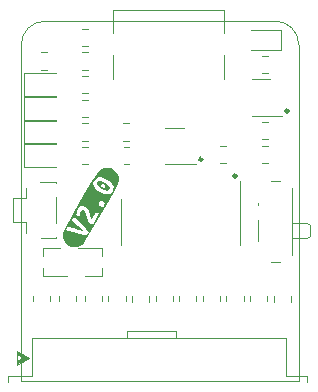
<source format=gbr>
G04 #@! TF.GenerationSoftware,KiCad,Pcbnew,6.0.7+dfsg-1~bpo11+1*
G04 #@! TF.ProjectId,project,70726f6a-6563-4742-9e6b-696361645f70,rev?*
G04 #@! TF.SameCoordinates,Original*
G04 #@! TF.FileFunction,Legend,Top*
G04 #@! TF.FilePolarity,Positive*
%FSLAX46Y46*%
G04 Gerber Fmt 4.6, Leading zero omitted, Abs format (unit mm)*
%MOMM*%
%LPD*%
G01*
G04 APERTURE LIST*
%ADD10C,0.275000*%
%ADD11C,0.150000*%
G04 #@! TA.AperFunction,Profile*
%ADD12C,0.100000*%
G04 #@! TD*
%ADD13C,0.120000*%
%ADD14R,0.600000X0.450000*%
%ADD15C,0.900000*%
%ADD16R,1.500000X0.700000*%
%ADD17R,0.800000X1.000000*%
%ADD18C,0.650000*%
%ADD19R,0.600000X1.450000*%
%ADD20R,0.300000X1.450000*%
%ADD21O,1.000000X2.100000*%
%ADD22O,1.000000X1.600000*%
%ADD23C,0.600000*%
%ADD24R,0.700000X0.450000*%
G04 APERTURE END LIST*
D10*
X115337500Y-107700000D02*
G75*
G03*
X115337500Y-107700000I-137500J0D01*
G01*
D11*
X100500000Y-124525000D02*
X99700000Y-124975000D01*
X100500000Y-124575000D02*
X99700000Y-124075000D01*
X100300000Y-124625000D02*
X99700000Y-124225000D01*
D10*
X122637500Y-103600000D02*
G75*
G03*
X122637500Y-103600000I-137500J0D01*
G01*
D11*
X100300000Y-124475000D02*
X99700000Y-124825000D01*
D10*
X118237500Y-109100000D02*
G75*
G03*
X118237500Y-109100000I-137500J0D01*
G01*
D12*
X122250000Y-126475000D02*
X101150000Y-126475000D01*
X123500000Y-98000000D02*
X123500000Y-126475000D01*
X100000000Y-98000000D02*
X100000000Y-126475000D01*
X123500000Y-98000000D02*
G75*
G03*
X121500000Y-96000000I-2000000J0D01*
G01*
X122250000Y-126475000D02*
X123500000Y-126475000D01*
X102000000Y-96000000D02*
X121500000Y-96000000D01*
X101150000Y-126475000D02*
X100000000Y-126475000D01*
X102000000Y-96000000D02*
G75*
G03*
X100000000Y-98000000I0J-2000000D01*
G01*
D13*
X112835000Y-119727064D02*
X112835000Y-119272936D01*
X111365000Y-119727064D02*
X111365000Y-119272936D01*
X109127064Y-108110000D02*
X108672936Y-108110000D01*
X109127064Y-106640000D02*
X108672936Y-106640000D01*
X109365000Y-119238748D02*
X109365000Y-119761252D01*
X110835000Y-119238748D02*
X110835000Y-119761252D01*
X104635000Y-119272936D02*
X104635000Y-119727064D01*
X103165000Y-119272936D02*
X103165000Y-119727064D01*
X102161252Y-98640000D02*
X101638748Y-98640000D01*
X102161252Y-100110000D02*
X101638748Y-100110000D01*
X100215000Y-100415000D02*
X100215000Y-102335000D01*
X102900000Y-100415000D02*
X100215000Y-100415000D01*
X100215000Y-102335000D02*
X102900000Y-102335000D01*
X102900000Y-102415000D02*
X100215000Y-102415000D01*
X100215000Y-104335000D02*
X102900000Y-104335000D01*
X100215000Y-102415000D02*
X100215000Y-104335000D01*
X120338748Y-106540000D02*
X120861252Y-106540000D01*
X120338748Y-108010000D02*
X120861252Y-108010000D01*
X118835000Y-119727064D02*
X118835000Y-119272936D01*
X117365000Y-119727064D02*
X117365000Y-119272936D01*
X118560000Y-112975000D02*
X118560000Y-109525000D01*
X118560000Y-112975000D02*
X118560000Y-114925000D01*
X108440000Y-112975000D02*
X108440000Y-114925000D01*
X108440000Y-112975000D02*
X108440000Y-111025000D01*
X116838748Y-108010000D02*
X117361252Y-108010000D01*
X116838748Y-106540000D02*
X117361252Y-106540000D01*
X105172936Y-98640000D02*
X105627064Y-98640000D01*
X105172936Y-100110000D02*
X105627064Y-100110000D01*
X122000000Y-96725000D02*
X119450000Y-96725000D01*
X122000000Y-98425000D02*
X122000000Y-96725000D01*
X122000000Y-98425000D02*
X119450000Y-98425000D01*
X105172936Y-104110000D02*
X105627064Y-104110000D01*
X105172936Y-102640000D02*
X105627064Y-102640000D01*
X105172936Y-96640000D02*
X105627064Y-96640000D01*
X105172936Y-98110000D02*
X105627064Y-98110000D01*
X120300000Y-100915000D02*
X119500000Y-100915000D01*
X120300000Y-100915000D02*
X121100000Y-100915000D01*
X120300000Y-104035000D02*
X122100000Y-104035000D01*
X120300000Y-104035000D02*
X119500000Y-104035000D01*
X105172936Y-106640000D02*
X105627064Y-106640000D01*
X105172936Y-108110000D02*
X105627064Y-108110000D01*
X113000000Y-108135000D02*
X112200000Y-108135000D01*
X113000000Y-105015000D02*
X112200000Y-105015000D01*
X113000000Y-105015000D02*
X113800000Y-105015000D01*
X113000000Y-108135000D02*
X114800000Y-108135000D01*
X124222000Y-114375000D02*
X124432000Y-114175000D01*
X121922000Y-109525000D02*
X121132000Y-109525000D01*
X124222000Y-113075000D02*
X124432000Y-113275000D01*
X120082000Y-114575000D02*
X120082000Y-112875000D01*
X122932000Y-114375000D02*
X124222000Y-114375000D01*
X124432000Y-114175000D02*
X124432000Y-113275000D01*
X122932000Y-115825000D02*
X122932000Y-110125000D01*
X121132000Y-116425000D02*
X121922000Y-116425000D01*
X120082000Y-111575000D02*
X120082000Y-111375000D01*
X124222000Y-113075000D02*
X122932000Y-113075000D01*
X100215000Y-106415000D02*
X100215000Y-108335000D01*
X102900000Y-106415000D02*
X100215000Y-106415000D01*
X100215000Y-108335000D02*
X102900000Y-108335000D01*
X109161252Y-106110000D02*
X108638748Y-106110000D01*
X109161252Y-104640000D02*
X108638748Y-104640000D01*
X102900000Y-104415000D02*
X100215000Y-104415000D01*
X100215000Y-106335000D02*
X102900000Y-106335000D01*
X100215000Y-104415000D02*
X100215000Y-106335000D01*
X105172936Y-100640000D02*
X105627064Y-100640000D01*
X105172936Y-102110000D02*
X105627064Y-102110000D01*
X117200000Y-100875000D02*
X117200000Y-98875000D01*
X107800000Y-96975000D02*
X107800000Y-95075000D01*
X117200000Y-95075000D02*
X107800000Y-95075000D01*
X117200000Y-96975000D02*
X117200000Y-95075000D01*
X107800000Y-100875000D02*
X107800000Y-98875000D01*
X102435000Y-119272936D02*
X102435000Y-119727064D01*
X100965000Y-119272936D02*
X100965000Y-119727064D01*
X122835000Y-119761252D02*
X122835000Y-119238748D01*
X121365000Y-119761252D02*
X121365000Y-119238748D01*
X99305500Y-113000000D02*
X99305500Y-111000000D01*
X99305500Y-111000000D02*
X100405500Y-111000000D01*
X100405500Y-111000000D02*
X100405500Y-110100000D01*
X102905500Y-114400000D02*
X102905500Y-114300000D01*
X100405500Y-113000000D02*
X99305500Y-113000000D01*
X100405500Y-113900000D02*
X100405500Y-113000000D01*
X102905500Y-109600000D02*
X102905500Y-109700000D01*
X102905500Y-113100000D02*
X102905500Y-110900000D01*
X102905500Y-114400000D02*
X101705500Y-114400000D01*
X102905500Y-109600000D02*
X101605500Y-109600000D01*
G36*
X107479163Y-110245516D02*
G01*
X107384315Y-110332706D01*
X107238676Y-110353679D01*
X107115054Y-110330425D01*
X106972231Y-110276837D01*
X106810208Y-110192917D01*
X106657856Y-110095332D01*
X106540839Y-109998902D01*
X106507283Y-109959761D01*
X106761970Y-109959761D01*
X106854213Y-110061136D01*
X106986924Y-110089638D01*
X107090792Y-110018082D01*
X107098744Y-109895961D01*
X107008399Y-109794078D01*
X106873790Y-109766084D01*
X106770803Y-109833337D01*
X106761970Y-109959761D01*
X106507283Y-109959761D01*
X106459156Y-109903623D01*
X106404500Y-109767010D01*
X106432585Y-109641274D01*
X106528301Y-109552581D01*
X106673766Y-109531908D01*
X106796735Y-109555677D01*
X106938524Y-109609202D01*
X107099133Y-109692484D01*
X107252899Y-109790706D01*
X107370950Y-109887200D01*
X107453286Y-109981964D01*
X107508115Y-110118277D01*
X107479808Y-110242681D01*
X107479163Y-110245516D01*
G37*
G36*
X105661945Y-114213504D02*
G01*
X105421637Y-114629730D01*
X105421521Y-114629930D01*
X105305840Y-114791361D01*
X105160889Y-114927123D01*
X104992237Y-115031997D01*
X104806367Y-115101955D01*
X104610418Y-115134306D01*
X104411925Y-115127808D01*
X104218512Y-115082710D01*
X104037614Y-115000746D01*
X103876183Y-114885066D01*
X103740421Y-114740115D01*
X103635547Y-114571464D01*
X103565589Y-114385592D01*
X103533239Y-114189644D01*
X103539737Y-113991150D01*
X103584835Y-113797738D01*
X103631854Y-113693964D01*
X103800843Y-113693964D01*
X103951549Y-113744084D01*
X104142884Y-113801620D01*
X104287295Y-113842579D01*
X104438327Y-113883799D01*
X104595983Y-113925277D01*
X104757546Y-113966160D01*
X104920303Y-114005593D01*
X105084253Y-114043577D01*
X105319206Y-114095019D01*
X105530421Y-114137568D01*
X105706832Y-113832016D01*
X105605195Y-113712029D01*
X105500002Y-113591415D01*
X105391250Y-113470172D01*
X105280826Y-113350281D01*
X105170618Y-113233721D01*
X105060625Y-113120494D01*
X104898570Y-112958764D01*
X104742065Y-112808258D01*
X104594846Y-112671534D01*
X104460648Y-112551149D01*
X104281459Y-112861514D01*
X104394066Y-112955398D01*
X104523142Y-113065207D01*
X104661863Y-113185397D01*
X104803406Y-113310423D01*
X104944461Y-113438376D01*
X105081722Y-113567346D01*
X105208364Y-113691789D01*
X105317563Y-113806161D01*
X105161936Y-113768037D01*
X104989721Y-113721139D01*
X104808705Y-113667956D01*
X104626673Y-113610978D01*
X104447404Y-113551987D01*
X104274686Y-113492767D01*
X104116647Y-113435207D01*
X103981421Y-113381194D01*
X103800843Y-113693964D01*
X103631854Y-113693964D01*
X103666798Y-113616840D01*
X103666913Y-113616640D01*
X104393114Y-112358823D01*
X104672737Y-112358823D01*
X104700650Y-112513280D01*
X104992293Y-112485977D01*
X104966725Y-112269118D01*
X105017774Y-112102910D01*
X105147662Y-111991841D01*
X105320357Y-112017765D01*
X105422174Y-112135896D01*
X105486807Y-112323983D01*
X105514700Y-112434720D01*
X105542822Y-112552005D01*
X105575454Y-112671894D01*
X105616880Y-112790445D01*
X105670084Y-112904568D01*
X105738053Y-113011176D01*
X105824641Y-113105676D01*
X105933701Y-113183479D01*
X105983531Y-113213852D01*
X106047152Y-113242564D01*
X106608333Y-112270569D01*
X106362928Y-112128885D01*
X105993437Y-112768862D01*
X105928627Y-112697760D01*
X105878637Y-112587097D01*
X105841286Y-112462879D01*
X105814390Y-112351113D01*
X105764935Y-112158958D01*
X105697523Y-111975682D01*
X105603632Y-111818821D01*
X105472336Y-111704523D01*
X105263652Y-111635365D01*
X105070393Y-111661727D01*
X104904876Y-111765056D01*
X104777009Y-111925409D01*
X104716634Y-112057763D01*
X104679971Y-112204609D01*
X104672737Y-112358823D01*
X104393114Y-112358823D01*
X104927396Y-111433419D01*
X106575190Y-111433419D01*
X106576502Y-111525602D01*
X106614883Y-111611920D01*
X106694688Y-111682054D01*
X106797734Y-111717489D01*
X106892881Y-111708264D01*
X106974573Y-111664003D01*
X107036237Y-111590536D01*
X107067022Y-111409420D01*
X106943330Y-111251393D01*
X106749441Y-111226064D01*
X106607982Y-111343283D01*
X106575190Y-111433419D01*
X104927396Y-111433419D01*
X105856035Y-109824968D01*
X106103757Y-109824968D01*
X106151576Y-109989090D01*
X106226111Y-110110717D01*
X106335030Y-110229739D01*
X106478335Y-110346159D01*
X106656022Y-110459975D01*
X106845452Y-110558315D01*
X107019170Y-110625529D01*
X107177174Y-110661617D01*
X107319466Y-110666580D01*
X107485047Y-110626733D01*
X107623287Y-110535459D01*
X107734191Y-110392757D01*
X107802322Y-110225361D01*
X107812248Y-110060003D01*
X107763966Y-109896684D01*
X107688523Y-109775936D01*
X107578267Y-109657144D01*
X107433199Y-109540307D01*
X107253319Y-109425426D01*
X107065017Y-109327737D01*
X106892277Y-109261087D01*
X106735099Y-109225476D01*
X106593484Y-109220905D01*
X106428573Y-109261138D01*
X106290732Y-109352644D01*
X106179962Y-109495423D01*
X106113220Y-109660412D01*
X106103757Y-109824968D01*
X105856035Y-109824968D01*
X106378363Y-108920270D01*
X106378479Y-108920070D01*
X106494160Y-108758638D01*
X106639111Y-108622877D01*
X106807763Y-108518003D01*
X106993634Y-108448046D01*
X107189582Y-108415694D01*
X107388075Y-108422192D01*
X107581488Y-108467290D01*
X107762386Y-108549254D01*
X107923817Y-108664934D01*
X108059579Y-108809885D01*
X108164453Y-108978536D01*
X108234410Y-109164408D01*
X108266761Y-109360356D01*
X108260263Y-109558850D01*
X108215166Y-109752261D01*
X108133203Y-109933160D01*
X108133087Y-109933360D01*
X107834438Y-110450635D01*
X107141296Y-111651192D01*
X106739857Y-112346505D01*
X105661945Y-114213504D01*
G37*
X105172936Y-104640000D02*
X105627064Y-104640000D01*
X105172936Y-106110000D02*
X105627064Y-106110000D01*
X107365000Y-119727064D02*
X107365000Y-119272936D01*
X108835000Y-119727064D02*
X108835000Y-119272936D01*
X119365000Y-119272936D02*
X119365000Y-119727064D01*
X120835000Y-119272936D02*
X120835000Y-119727064D01*
X106835000Y-119727064D02*
X106835000Y-119272936D01*
X105365000Y-119727064D02*
X105365000Y-119272936D01*
X116835000Y-119727064D02*
X116835000Y-119272936D01*
X115365000Y-119727064D02*
X115365000Y-119272936D01*
X101870000Y-117560000D02*
X103900000Y-117560000D01*
X103280000Y-115240000D02*
X101870000Y-115240000D01*
X101870000Y-117560000D02*
X101870000Y-116900000D01*
X101870000Y-115900000D02*
X101870000Y-115240000D01*
X105420000Y-117560000D02*
X106830000Y-117560000D01*
X106830000Y-115240000D02*
X104800000Y-115240000D01*
X106830000Y-115240000D02*
X106830000Y-115900000D01*
X106830000Y-116900000D02*
X106830000Y-117560000D01*
X120861252Y-100410000D02*
X120338748Y-100410000D01*
X120861252Y-98940000D02*
X120338748Y-98940000D01*
X120338748Y-104540000D02*
X120861252Y-104540000D01*
X120338748Y-106010000D02*
X120861252Y-106010000D01*
X124150000Y-126050000D02*
X122400000Y-126050000D01*
X99650000Y-125150000D02*
X99650000Y-123950000D01*
X113090000Y-122250000D02*
X113090000Y-122850000D01*
X99650000Y-123950000D02*
X100650000Y-124550000D01*
X124150000Y-126050000D02*
X124150000Y-126550000D01*
X108950000Y-122250000D02*
X113090000Y-122250000D01*
X100900000Y-122800000D02*
X100900000Y-126050000D01*
X100650000Y-124550000D02*
X99650000Y-125150000D01*
X100900000Y-122800000D02*
X122400000Y-122800000D01*
X98900000Y-126050000D02*
X100900000Y-126050000D01*
X108950000Y-122850000D02*
X108950000Y-122250000D01*
X122400000Y-122800000D02*
X122400000Y-126050000D01*
X98900000Y-126050000D02*
X98900000Y-126550000D01*
X114835000Y-119727064D02*
X114835000Y-119272936D01*
X113365000Y-119727064D02*
X113365000Y-119272936D01*
%LPC*%
D11*
X107500000Y-97375000D02*
X117500000Y-97375000D01*
X117500000Y-97375000D02*
X117500000Y-98475000D01*
X117500000Y-98475000D02*
X107500000Y-98475000D01*
X107500000Y-98475000D02*
X107500000Y-97375000D01*
G36*
X107500000Y-97375000D02*
G01*
X117500000Y-97375000D01*
X117500000Y-98475000D01*
X107500000Y-98475000D01*
X107500000Y-97375000D01*
G37*
G36*
G01*
X112550000Y-120925000D02*
X111650000Y-120925000D01*
G75*
G02*
X111400000Y-120675000I0J250000D01*
G01*
X111400000Y-120150000D01*
G75*
G02*
X111650000Y-119900000I250000J0D01*
G01*
X112550000Y-119900000D01*
G75*
G02*
X112800000Y-120150000I0J-250000D01*
G01*
X112800000Y-120675000D01*
G75*
G02*
X112550000Y-120925000I-250000J0D01*
G01*
G37*
G36*
G01*
X112550000Y-119100000D02*
X111650000Y-119100000D01*
G75*
G02*
X111400000Y-118850000I0J250000D01*
G01*
X111400000Y-118325000D01*
G75*
G02*
X111650000Y-118075000I250000J0D01*
G01*
X112550000Y-118075000D01*
G75*
G02*
X112800000Y-118325000I0J-250000D01*
G01*
X112800000Y-118850000D01*
G75*
G02*
X112550000Y-119100000I-250000J0D01*
G01*
G37*
G36*
G01*
X110325000Y-106925000D02*
X110325000Y-107825000D01*
G75*
G02*
X110075000Y-108075000I-250000J0D01*
G01*
X109550000Y-108075000D01*
G75*
G02*
X109300000Y-107825000I0J250000D01*
G01*
X109300000Y-106925000D01*
G75*
G02*
X109550000Y-106675000I250000J0D01*
G01*
X110075000Y-106675000D01*
G75*
G02*
X110325000Y-106925000I0J-250000D01*
G01*
G37*
G36*
G01*
X108500000Y-106925000D02*
X108500000Y-107825000D01*
G75*
G02*
X108250000Y-108075000I-250000J0D01*
G01*
X107725000Y-108075000D01*
G75*
G02*
X107475000Y-107825000I0J250000D01*
G01*
X107475000Y-106925000D01*
G75*
G02*
X107725000Y-106675000I250000J0D01*
G01*
X108250000Y-106675000D01*
G75*
G02*
X108500000Y-106925000I0J-250000D01*
G01*
G37*
G36*
G01*
X109625000Y-118050000D02*
X110575000Y-118050000D01*
G75*
G02*
X110825000Y-118300000I0J-250000D01*
G01*
X110825000Y-118800000D01*
G75*
G02*
X110575000Y-119050000I-250000J0D01*
G01*
X109625000Y-119050000D01*
G75*
G02*
X109375000Y-118800000I0J250000D01*
G01*
X109375000Y-118300000D01*
G75*
G02*
X109625000Y-118050000I250000J0D01*
G01*
G37*
G36*
G01*
X109625000Y-119950000D02*
X110575000Y-119950000D01*
G75*
G02*
X110825000Y-120200000I0J-250000D01*
G01*
X110825000Y-120700000D01*
G75*
G02*
X110575000Y-120950000I-250000J0D01*
G01*
X109625000Y-120950000D01*
G75*
G02*
X109375000Y-120700000I0J250000D01*
G01*
X109375000Y-120200000D01*
G75*
G02*
X109625000Y-119950000I250000J0D01*
G01*
G37*
G36*
G01*
X103450000Y-118075000D02*
X104350000Y-118075000D01*
G75*
G02*
X104600000Y-118325000I0J-250000D01*
G01*
X104600000Y-118850000D01*
G75*
G02*
X104350000Y-119100000I-250000J0D01*
G01*
X103450000Y-119100000D01*
G75*
G02*
X103200000Y-118850000I0J250000D01*
G01*
X103200000Y-118325000D01*
G75*
G02*
X103450000Y-118075000I250000J0D01*
G01*
G37*
G36*
G01*
X103450000Y-119900000D02*
X104350000Y-119900000D01*
G75*
G02*
X104600000Y-120150000I0J-250000D01*
G01*
X104600000Y-120675000D01*
G75*
G02*
X104350000Y-120925000I-250000J0D01*
G01*
X103450000Y-120925000D01*
G75*
G02*
X103200000Y-120675000I0J250000D01*
G01*
X103200000Y-120150000D01*
G75*
G02*
X103450000Y-119900000I250000J0D01*
G01*
G37*
G36*
G01*
X103350000Y-98900000D02*
X103350000Y-99850000D01*
G75*
G02*
X103100000Y-100100000I-250000J0D01*
G01*
X102600000Y-100100000D01*
G75*
G02*
X102350000Y-99850000I0J250000D01*
G01*
X102350000Y-98900000D01*
G75*
G02*
X102600000Y-98650000I250000J0D01*
G01*
X103100000Y-98650000D01*
G75*
G02*
X103350000Y-98900000I0J-250000D01*
G01*
G37*
G36*
G01*
X101450000Y-98900000D02*
X101450000Y-99850000D01*
G75*
G02*
X101200000Y-100100000I-250000J0D01*
G01*
X100700000Y-100100000D01*
G75*
G02*
X100450000Y-99850000I0J250000D01*
G01*
X100450000Y-98900000D01*
G75*
G02*
X100700000Y-98650000I250000J0D01*
G01*
X101200000Y-98650000D01*
G75*
G02*
X101450000Y-98900000I0J-250000D01*
G01*
G37*
G36*
G01*
X100475000Y-101831250D02*
X100475000Y-100918750D01*
G75*
G02*
X100718750Y-100675000I243750J0D01*
G01*
X101206250Y-100675000D01*
G75*
G02*
X101450000Y-100918750I0J-243750D01*
G01*
X101450000Y-101831250D01*
G75*
G02*
X101206250Y-102075000I-243750J0D01*
G01*
X100718750Y-102075000D01*
G75*
G02*
X100475000Y-101831250I0J243750D01*
G01*
G37*
G36*
G01*
X102350000Y-101831250D02*
X102350000Y-100918750D01*
G75*
G02*
X102593750Y-100675000I243750J0D01*
G01*
X103081250Y-100675000D01*
G75*
G02*
X103325000Y-100918750I0J-243750D01*
G01*
X103325000Y-101831250D01*
G75*
G02*
X103081250Y-102075000I-243750J0D01*
G01*
X102593750Y-102075000D01*
G75*
G02*
X102350000Y-101831250I0J243750D01*
G01*
G37*
G36*
G01*
X100475000Y-103831250D02*
X100475000Y-102918750D01*
G75*
G02*
X100718750Y-102675000I243750J0D01*
G01*
X101206250Y-102675000D01*
G75*
G02*
X101450000Y-102918750I0J-243750D01*
G01*
X101450000Y-103831250D01*
G75*
G02*
X101206250Y-104075000I-243750J0D01*
G01*
X100718750Y-104075000D01*
G75*
G02*
X100475000Y-103831250I0J243750D01*
G01*
G37*
G36*
G01*
X102350000Y-103831250D02*
X102350000Y-102918750D01*
G75*
G02*
X102593750Y-102675000I243750J0D01*
G01*
X103081250Y-102675000D01*
G75*
G02*
X103325000Y-102918750I0J-243750D01*
G01*
X103325000Y-103831250D01*
G75*
G02*
X103081250Y-104075000I-243750J0D01*
G01*
X102593750Y-104075000D01*
G75*
G02*
X102350000Y-103831250I0J243750D01*
G01*
G37*
G36*
G01*
X119150000Y-107750000D02*
X119150000Y-106800000D01*
G75*
G02*
X119400000Y-106550000I250000J0D01*
G01*
X119900000Y-106550000D01*
G75*
G02*
X120150000Y-106800000I0J-250000D01*
G01*
X120150000Y-107750000D01*
G75*
G02*
X119900000Y-108000000I-250000J0D01*
G01*
X119400000Y-108000000D01*
G75*
G02*
X119150000Y-107750000I0J250000D01*
G01*
G37*
G36*
G01*
X121050000Y-107750000D02*
X121050000Y-106800000D01*
G75*
G02*
X121300000Y-106550000I250000J0D01*
G01*
X121800000Y-106550000D01*
G75*
G02*
X122050000Y-106800000I0J-250000D01*
G01*
X122050000Y-107750000D01*
G75*
G02*
X121800000Y-108000000I-250000J0D01*
G01*
X121300000Y-108000000D01*
G75*
G02*
X121050000Y-107750000I0J250000D01*
G01*
G37*
G36*
G01*
X118550000Y-120925000D02*
X117650000Y-120925000D01*
G75*
G02*
X117400000Y-120675000I0J250000D01*
G01*
X117400000Y-120150000D01*
G75*
G02*
X117650000Y-119900000I250000J0D01*
G01*
X118550000Y-119900000D01*
G75*
G02*
X118800000Y-120150000I0J-250000D01*
G01*
X118800000Y-120675000D01*
G75*
G02*
X118550000Y-120925000I-250000J0D01*
G01*
G37*
G36*
G01*
X118550000Y-119100000D02*
X117650000Y-119100000D01*
G75*
G02*
X117400000Y-118850000I0J250000D01*
G01*
X117400000Y-118325000D01*
G75*
G02*
X117650000Y-118075000I250000J0D01*
G01*
X118550000Y-118075000D01*
G75*
G02*
X118800000Y-118325000I0J-250000D01*
G01*
X118800000Y-118850000D01*
G75*
G02*
X118550000Y-119100000I-250000J0D01*
G01*
G37*
G36*
G01*
X117795000Y-109525000D02*
X118095000Y-109525000D01*
G75*
G02*
X118245000Y-109675000I0J-150000D01*
G01*
X118245000Y-111325000D01*
G75*
G02*
X118095000Y-111475000I-150000J0D01*
G01*
X117795000Y-111475000D01*
G75*
G02*
X117645000Y-111325000I0J150000D01*
G01*
X117645000Y-109675000D01*
G75*
G02*
X117795000Y-109525000I150000J0D01*
G01*
G37*
G36*
G01*
X116525000Y-109525000D02*
X116825000Y-109525000D01*
G75*
G02*
X116975000Y-109675000I0J-150000D01*
G01*
X116975000Y-111325000D01*
G75*
G02*
X116825000Y-111475000I-150000J0D01*
G01*
X116525000Y-111475000D01*
G75*
G02*
X116375000Y-111325000I0J150000D01*
G01*
X116375000Y-109675000D01*
G75*
G02*
X116525000Y-109525000I150000J0D01*
G01*
G37*
G36*
G01*
X115255000Y-109525000D02*
X115555000Y-109525000D01*
G75*
G02*
X115705000Y-109675000I0J-150000D01*
G01*
X115705000Y-111325000D01*
G75*
G02*
X115555000Y-111475000I-150000J0D01*
G01*
X115255000Y-111475000D01*
G75*
G02*
X115105000Y-111325000I0J150000D01*
G01*
X115105000Y-109675000D01*
G75*
G02*
X115255000Y-109525000I150000J0D01*
G01*
G37*
G36*
G01*
X113985000Y-109525000D02*
X114285000Y-109525000D01*
G75*
G02*
X114435000Y-109675000I0J-150000D01*
G01*
X114435000Y-111325000D01*
G75*
G02*
X114285000Y-111475000I-150000J0D01*
G01*
X113985000Y-111475000D01*
G75*
G02*
X113835000Y-111325000I0J150000D01*
G01*
X113835000Y-109675000D01*
G75*
G02*
X113985000Y-109525000I150000J0D01*
G01*
G37*
G36*
G01*
X112715000Y-109525000D02*
X113015000Y-109525000D01*
G75*
G02*
X113165000Y-109675000I0J-150000D01*
G01*
X113165000Y-111325000D01*
G75*
G02*
X113015000Y-111475000I-150000J0D01*
G01*
X112715000Y-111475000D01*
G75*
G02*
X112565000Y-111325000I0J150000D01*
G01*
X112565000Y-109675000D01*
G75*
G02*
X112715000Y-109525000I150000J0D01*
G01*
G37*
G36*
G01*
X111445000Y-109525000D02*
X111745000Y-109525000D01*
G75*
G02*
X111895000Y-109675000I0J-150000D01*
G01*
X111895000Y-111325000D01*
G75*
G02*
X111745000Y-111475000I-150000J0D01*
G01*
X111445000Y-111475000D01*
G75*
G02*
X111295000Y-111325000I0J150000D01*
G01*
X111295000Y-109675000D01*
G75*
G02*
X111445000Y-109525000I150000J0D01*
G01*
G37*
G36*
G01*
X110175000Y-109525000D02*
X110475000Y-109525000D01*
G75*
G02*
X110625000Y-109675000I0J-150000D01*
G01*
X110625000Y-111325000D01*
G75*
G02*
X110475000Y-111475000I-150000J0D01*
G01*
X110175000Y-111475000D01*
G75*
G02*
X110025000Y-111325000I0J150000D01*
G01*
X110025000Y-109675000D01*
G75*
G02*
X110175000Y-109525000I150000J0D01*
G01*
G37*
G36*
G01*
X108905000Y-109525000D02*
X109205000Y-109525000D01*
G75*
G02*
X109355000Y-109675000I0J-150000D01*
G01*
X109355000Y-111325000D01*
G75*
G02*
X109205000Y-111475000I-150000J0D01*
G01*
X108905000Y-111475000D01*
G75*
G02*
X108755000Y-111325000I0J150000D01*
G01*
X108755000Y-109675000D01*
G75*
G02*
X108905000Y-109525000I150000J0D01*
G01*
G37*
G36*
G01*
X108905000Y-114475000D02*
X109205000Y-114475000D01*
G75*
G02*
X109355000Y-114625000I0J-150000D01*
G01*
X109355000Y-116275000D01*
G75*
G02*
X109205000Y-116425000I-150000J0D01*
G01*
X108905000Y-116425000D01*
G75*
G02*
X108755000Y-116275000I0J150000D01*
G01*
X108755000Y-114625000D01*
G75*
G02*
X108905000Y-114475000I150000J0D01*
G01*
G37*
G36*
G01*
X110175000Y-114475000D02*
X110475000Y-114475000D01*
G75*
G02*
X110625000Y-114625000I0J-150000D01*
G01*
X110625000Y-116275000D01*
G75*
G02*
X110475000Y-116425000I-150000J0D01*
G01*
X110175000Y-116425000D01*
G75*
G02*
X110025000Y-116275000I0J150000D01*
G01*
X110025000Y-114625000D01*
G75*
G02*
X110175000Y-114475000I150000J0D01*
G01*
G37*
G36*
G01*
X111445000Y-114475000D02*
X111745000Y-114475000D01*
G75*
G02*
X111895000Y-114625000I0J-150000D01*
G01*
X111895000Y-116275000D01*
G75*
G02*
X111745000Y-116425000I-150000J0D01*
G01*
X111445000Y-116425000D01*
G75*
G02*
X111295000Y-116275000I0J150000D01*
G01*
X111295000Y-114625000D01*
G75*
G02*
X111445000Y-114475000I150000J0D01*
G01*
G37*
G36*
G01*
X112715000Y-114475000D02*
X113015000Y-114475000D01*
G75*
G02*
X113165000Y-114625000I0J-150000D01*
G01*
X113165000Y-116275000D01*
G75*
G02*
X113015000Y-116425000I-150000J0D01*
G01*
X112715000Y-116425000D01*
G75*
G02*
X112565000Y-116275000I0J150000D01*
G01*
X112565000Y-114625000D01*
G75*
G02*
X112715000Y-114475000I150000J0D01*
G01*
G37*
G36*
G01*
X113985000Y-114475000D02*
X114285000Y-114475000D01*
G75*
G02*
X114435000Y-114625000I0J-150000D01*
G01*
X114435000Y-116275000D01*
G75*
G02*
X114285000Y-116425000I-150000J0D01*
G01*
X113985000Y-116425000D01*
G75*
G02*
X113835000Y-116275000I0J150000D01*
G01*
X113835000Y-114625000D01*
G75*
G02*
X113985000Y-114475000I150000J0D01*
G01*
G37*
G36*
G01*
X115255000Y-114475000D02*
X115555000Y-114475000D01*
G75*
G02*
X115705000Y-114625000I0J-150000D01*
G01*
X115705000Y-116275000D01*
G75*
G02*
X115555000Y-116425000I-150000J0D01*
G01*
X115255000Y-116425000D01*
G75*
G02*
X115105000Y-116275000I0J150000D01*
G01*
X115105000Y-114625000D01*
G75*
G02*
X115255000Y-114475000I150000J0D01*
G01*
G37*
G36*
G01*
X116525000Y-114475000D02*
X116825000Y-114475000D01*
G75*
G02*
X116975000Y-114625000I0J-150000D01*
G01*
X116975000Y-116275000D01*
G75*
G02*
X116825000Y-116425000I-150000J0D01*
G01*
X116525000Y-116425000D01*
G75*
G02*
X116375000Y-116275000I0J150000D01*
G01*
X116375000Y-114625000D01*
G75*
G02*
X116525000Y-114475000I150000J0D01*
G01*
G37*
G36*
G01*
X117795000Y-114475000D02*
X118095000Y-114475000D01*
G75*
G02*
X118245000Y-114625000I0J-150000D01*
G01*
X118245000Y-116275000D01*
G75*
G02*
X118095000Y-116425000I-150000J0D01*
G01*
X117795000Y-116425000D01*
G75*
G02*
X117645000Y-116275000I0J150000D01*
G01*
X117645000Y-114625000D01*
G75*
G02*
X117795000Y-114475000I150000J0D01*
G01*
G37*
G36*
G01*
X115650000Y-107750000D02*
X115650000Y-106800000D01*
G75*
G02*
X115900000Y-106550000I250000J0D01*
G01*
X116400000Y-106550000D01*
G75*
G02*
X116650000Y-106800000I0J-250000D01*
G01*
X116650000Y-107750000D01*
G75*
G02*
X116400000Y-108000000I-250000J0D01*
G01*
X115900000Y-108000000D01*
G75*
G02*
X115650000Y-107750000I0J250000D01*
G01*
G37*
G36*
G01*
X117550000Y-107750000D02*
X117550000Y-106800000D01*
G75*
G02*
X117800000Y-106550000I250000J0D01*
G01*
X118300000Y-106550000D01*
G75*
G02*
X118550000Y-106800000I0J-250000D01*
G01*
X118550000Y-107750000D01*
G75*
G02*
X118300000Y-108000000I-250000J0D01*
G01*
X117800000Y-108000000D01*
G75*
G02*
X117550000Y-107750000I0J250000D01*
G01*
G37*
G36*
G01*
X103975000Y-99825000D02*
X103975000Y-98925000D01*
G75*
G02*
X104225000Y-98675000I250000J0D01*
G01*
X104750000Y-98675000D01*
G75*
G02*
X105000000Y-98925000I0J-250000D01*
G01*
X105000000Y-99825000D01*
G75*
G02*
X104750000Y-100075000I-250000J0D01*
G01*
X104225000Y-100075000D01*
G75*
G02*
X103975000Y-99825000I0J250000D01*
G01*
G37*
G36*
G01*
X105800000Y-99825000D02*
X105800000Y-98925000D01*
G75*
G02*
X106050000Y-98675000I250000J0D01*
G01*
X106575000Y-98675000D01*
G75*
G02*
X106825000Y-98925000I0J-250000D01*
G01*
X106825000Y-99825000D01*
G75*
G02*
X106575000Y-100075000I-250000J0D01*
G01*
X106050000Y-100075000D01*
G75*
G02*
X105800000Y-99825000I0J250000D01*
G01*
G37*
D14*
X121550000Y-97575000D03*
X119450000Y-97575000D03*
G36*
G01*
X103975000Y-103825000D02*
X103975000Y-102925000D01*
G75*
G02*
X104225000Y-102675000I250000J0D01*
G01*
X104750000Y-102675000D01*
G75*
G02*
X105000000Y-102925000I0J-250000D01*
G01*
X105000000Y-103825000D01*
G75*
G02*
X104750000Y-104075000I-250000J0D01*
G01*
X104225000Y-104075000D01*
G75*
G02*
X103975000Y-103825000I0J250000D01*
G01*
G37*
G36*
G01*
X105800000Y-103825000D02*
X105800000Y-102925000D01*
G75*
G02*
X106050000Y-102675000I250000J0D01*
G01*
X106575000Y-102675000D01*
G75*
G02*
X106825000Y-102925000I0J-250000D01*
G01*
X106825000Y-103825000D01*
G75*
G02*
X106575000Y-104075000I-250000J0D01*
G01*
X106050000Y-104075000D01*
G75*
G02*
X105800000Y-103825000I0J250000D01*
G01*
G37*
G36*
G01*
X103975000Y-97825000D02*
X103975000Y-96925000D01*
G75*
G02*
X104225000Y-96675000I250000J0D01*
G01*
X104750000Y-96675000D01*
G75*
G02*
X105000000Y-96925000I0J-250000D01*
G01*
X105000000Y-97825000D01*
G75*
G02*
X104750000Y-98075000I-250000J0D01*
G01*
X104225000Y-98075000D01*
G75*
G02*
X103975000Y-97825000I0J250000D01*
G01*
G37*
G36*
G01*
X105800000Y-97825000D02*
X105800000Y-96925000D01*
G75*
G02*
X106050000Y-96675000I250000J0D01*
G01*
X106575000Y-96675000D01*
G75*
G02*
X106825000Y-96925000I0J-250000D01*
G01*
X106825000Y-97825000D01*
G75*
G02*
X106575000Y-98075000I-250000J0D01*
G01*
X106050000Y-98075000D01*
G75*
G02*
X105800000Y-97825000I0J250000D01*
G01*
G37*
G36*
G01*
X122100000Y-103275000D02*
X122100000Y-103575000D01*
G75*
G02*
X121950000Y-103725000I-150000J0D01*
G01*
X120925000Y-103725000D01*
G75*
G02*
X120775000Y-103575000I0J150000D01*
G01*
X120775000Y-103275000D01*
G75*
G02*
X120925000Y-103125000I150000J0D01*
G01*
X121950000Y-103125000D01*
G75*
G02*
X122100000Y-103275000I0J-150000D01*
G01*
G37*
G36*
G01*
X122100000Y-102325000D02*
X122100000Y-102625000D01*
G75*
G02*
X121950000Y-102775000I-150000J0D01*
G01*
X120925000Y-102775000D01*
G75*
G02*
X120775000Y-102625000I0J150000D01*
G01*
X120775000Y-102325000D01*
G75*
G02*
X120925000Y-102175000I150000J0D01*
G01*
X121950000Y-102175000D01*
G75*
G02*
X122100000Y-102325000I0J-150000D01*
G01*
G37*
G36*
G01*
X122100000Y-101375000D02*
X122100000Y-101675000D01*
G75*
G02*
X121950000Y-101825000I-150000J0D01*
G01*
X120925000Y-101825000D01*
G75*
G02*
X120775000Y-101675000I0J150000D01*
G01*
X120775000Y-101375000D01*
G75*
G02*
X120925000Y-101225000I150000J0D01*
G01*
X121950000Y-101225000D01*
G75*
G02*
X122100000Y-101375000I0J-150000D01*
G01*
G37*
G36*
G01*
X119825000Y-101375000D02*
X119825000Y-101675000D01*
G75*
G02*
X119675000Y-101825000I-150000J0D01*
G01*
X118650000Y-101825000D01*
G75*
G02*
X118500000Y-101675000I0J150000D01*
G01*
X118500000Y-101375000D01*
G75*
G02*
X118650000Y-101225000I150000J0D01*
G01*
X119675000Y-101225000D01*
G75*
G02*
X119825000Y-101375000I0J-150000D01*
G01*
G37*
G36*
G01*
X119825000Y-103275000D02*
X119825000Y-103575000D01*
G75*
G02*
X119675000Y-103725000I-150000J0D01*
G01*
X118650000Y-103725000D01*
G75*
G02*
X118500000Y-103575000I0J150000D01*
G01*
X118500000Y-103275000D01*
G75*
G02*
X118650000Y-103125000I150000J0D01*
G01*
X119675000Y-103125000D01*
G75*
G02*
X119825000Y-103275000I0J-150000D01*
G01*
G37*
G36*
G01*
X103975000Y-107825000D02*
X103975000Y-106925000D01*
G75*
G02*
X104225000Y-106675000I250000J0D01*
G01*
X104750000Y-106675000D01*
G75*
G02*
X105000000Y-106925000I0J-250000D01*
G01*
X105000000Y-107825000D01*
G75*
G02*
X104750000Y-108075000I-250000J0D01*
G01*
X104225000Y-108075000D01*
G75*
G02*
X103975000Y-107825000I0J250000D01*
G01*
G37*
G36*
G01*
X105800000Y-107825000D02*
X105800000Y-106925000D01*
G75*
G02*
X106050000Y-106675000I250000J0D01*
G01*
X106575000Y-106675000D01*
G75*
G02*
X106825000Y-106925000I0J-250000D01*
G01*
X106825000Y-107825000D01*
G75*
G02*
X106575000Y-108075000I-250000J0D01*
G01*
X106050000Y-108075000D01*
G75*
G02*
X105800000Y-107825000I0J250000D01*
G01*
G37*
G36*
G01*
X114800000Y-107375000D02*
X114800000Y-107675000D01*
G75*
G02*
X114650000Y-107825000I-150000J0D01*
G01*
X113625000Y-107825000D01*
G75*
G02*
X113475000Y-107675000I0J150000D01*
G01*
X113475000Y-107375000D01*
G75*
G02*
X113625000Y-107225000I150000J0D01*
G01*
X114650000Y-107225000D01*
G75*
G02*
X114800000Y-107375000I0J-150000D01*
G01*
G37*
G36*
G01*
X114800000Y-106425000D02*
X114800000Y-106725000D01*
G75*
G02*
X114650000Y-106875000I-150000J0D01*
G01*
X113625000Y-106875000D01*
G75*
G02*
X113475000Y-106725000I0J150000D01*
G01*
X113475000Y-106425000D01*
G75*
G02*
X113625000Y-106275000I150000J0D01*
G01*
X114650000Y-106275000D01*
G75*
G02*
X114800000Y-106425000I0J-150000D01*
G01*
G37*
G36*
G01*
X114800000Y-105475000D02*
X114800000Y-105775000D01*
G75*
G02*
X114650000Y-105925000I-150000J0D01*
G01*
X113625000Y-105925000D01*
G75*
G02*
X113475000Y-105775000I0J150000D01*
G01*
X113475000Y-105475000D01*
G75*
G02*
X113625000Y-105325000I150000J0D01*
G01*
X114650000Y-105325000D01*
G75*
G02*
X114800000Y-105475000I0J-150000D01*
G01*
G37*
G36*
G01*
X112525000Y-105475000D02*
X112525000Y-105775000D01*
G75*
G02*
X112375000Y-105925000I-150000J0D01*
G01*
X111350000Y-105925000D01*
G75*
G02*
X111200000Y-105775000I0J150000D01*
G01*
X111200000Y-105475000D01*
G75*
G02*
X111350000Y-105325000I150000J0D01*
G01*
X112375000Y-105325000D01*
G75*
G02*
X112525000Y-105475000I0J-150000D01*
G01*
G37*
G36*
G01*
X112525000Y-106425000D02*
X112525000Y-106725000D01*
G75*
G02*
X112375000Y-106875000I-150000J0D01*
G01*
X111350000Y-106875000D01*
G75*
G02*
X111200000Y-106725000I0J150000D01*
G01*
X111200000Y-106425000D01*
G75*
G02*
X111350000Y-106275000I150000J0D01*
G01*
X112375000Y-106275000D01*
G75*
G02*
X112525000Y-106425000I0J-150000D01*
G01*
G37*
G36*
G01*
X112525000Y-107375000D02*
X112525000Y-107675000D01*
G75*
G02*
X112375000Y-107825000I-150000J0D01*
G01*
X111350000Y-107825000D01*
G75*
G02*
X111200000Y-107675000I0J150000D01*
G01*
X111200000Y-107375000D01*
G75*
G02*
X111350000Y-107225000I150000J0D01*
G01*
X112375000Y-107225000D01*
G75*
G02*
X112525000Y-107375000I0J-150000D01*
G01*
G37*
D15*
X121532000Y-114475000D03*
X121532000Y-111475000D03*
D16*
X119772000Y-115225000D03*
X119772000Y-112225000D03*
X119772000Y-110725000D03*
D17*
X120422000Y-116625000D03*
X122632000Y-116625000D03*
X120422000Y-109325000D03*
X122632000Y-109325000D03*
G36*
G01*
X100475000Y-107831250D02*
X100475000Y-106918750D01*
G75*
G02*
X100718750Y-106675000I243750J0D01*
G01*
X101206250Y-106675000D01*
G75*
G02*
X101450000Y-106918750I0J-243750D01*
G01*
X101450000Y-107831250D01*
G75*
G02*
X101206250Y-108075000I-243750J0D01*
G01*
X100718750Y-108075000D01*
G75*
G02*
X100475000Y-107831250I0J243750D01*
G01*
G37*
G36*
G01*
X102350000Y-107831250D02*
X102350000Y-106918750D01*
G75*
G02*
X102593750Y-106675000I243750J0D01*
G01*
X103081250Y-106675000D01*
G75*
G02*
X103325000Y-106918750I0J-243750D01*
G01*
X103325000Y-107831250D01*
G75*
G02*
X103081250Y-108075000I-243750J0D01*
G01*
X102593750Y-108075000D01*
G75*
G02*
X102350000Y-107831250I0J243750D01*
G01*
G37*
G36*
G01*
X110350000Y-104900000D02*
X110350000Y-105850000D01*
G75*
G02*
X110100000Y-106100000I-250000J0D01*
G01*
X109600000Y-106100000D01*
G75*
G02*
X109350000Y-105850000I0J250000D01*
G01*
X109350000Y-104900000D01*
G75*
G02*
X109600000Y-104650000I250000J0D01*
G01*
X110100000Y-104650000D01*
G75*
G02*
X110350000Y-104900000I0J-250000D01*
G01*
G37*
G36*
G01*
X108450000Y-104900000D02*
X108450000Y-105850000D01*
G75*
G02*
X108200000Y-106100000I-250000J0D01*
G01*
X107700000Y-106100000D01*
G75*
G02*
X107450000Y-105850000I0J250000D01*
G01*
X107450000Y-104900000D01*
G75*
G02*
X107700000Y-104650000I250000J0D01*
G01*
X108200000Y-104650000D01*
G75*
G02*
X108450000Y-104900000I0J-250000D01*
G01*
G37*
G36*
G01*
X100475000Y-105831250D02*
X100475000Y-104918750D01*
G75*
G02*
X100718750Y-104675000I243750J0D01*
G01*
X101206250Y-104675000D01*
G75*
G02*
X101450000Y-104918750I0J-243750D01*
G01*
X101450000Y-105831250D01*
G75*
G02*
X101206250Y-106075000I-243750J0D01*
G01*
X100718750Y-106075000D01*
G75*
G02*
X100475000Y-105831250I0J243750D01*
G01*
G37*
G36*
G01*
X102350000Y-105831250D02*
X102350000Y-104918750D01*
G75*
G02*
X102593750Y-104675000I243750J0D01*
G01*
X103081250Y-104675000D01*
G75*
G02*
X103325000Y-104918750I0J-243750D01*
G01*
X103325000Y-105831250D01*
G75*
G02*
X103081250Y-106075000I-243750J0D01*
G01*
X102593750Y-106075000D01*
G75*
G02*
X102350000Y-105831250I0J243750D01*
G01*
G37*
G36*
G01*
X103975000Y-101825000D02*
X103975000Y-100925000D01*
G75*
G02*
X104225000Y-100675000I250000J0D01*
G01*
X104750000Y-100675000D01*
G75*
G02*
X105000000Y-100925000I0J-250000D01*
G01*
X105000000Y-101825000D01*
G75*
G02*
X104750000Y-102075000I-250000J0D01*
G01*
X104225000Y-102075000D01*
G75*
G02*
X103975000Y-101825000I0J250000D01*
G01*
G37*
G36*
G01*
X105800000Y-101825000D02*
X105800000Y-100925000D01*
G75*
G02*
X106050000Y-100675000I250000J0D01*
G01*
X106575000Y-100675000D01*
G75*
G02*
X106825000Y-100925000I0J-250000D01*
G01*
X106825000Y-101825000D01*
G75*
G02*
X106575000Y-102075000I-250000J0D01*
G01*
X106050000Y-102075000D01*
G75*
G02*
X105800000Y-101825000I0J250000D01*
G01*
G37*
D18*
X115390000Y-101575000D03*
X109610000Y-101575000D03*
D19*
X115750000Y-103020000D03*
X114950000Y-103020000D03*
D20*
X113750000Y-103020000D03*
X112750000Y-103020000D03*
X112250000Y-103020000D03*
X111250000Y-103020000D03*
D19*
X110050000Y-103020000D03*
X109250000Y-103020000D03*
X109250000Y-103020000D03*
X110050000Y-103020000D03*
D20*
X110750000Y-103020000D03*
X111750000Y-103020000D03*
X113250000Y-103020000D03*
X114250000Y-103020000D03*
D19*
X114950000Y-103020000D03*
X115750000Y-103020000D03*
D21*
X116820000Y-102105000D03*
X108180000Y-102105000D03*
D22*
X108180000Y-97925000D03*
X116820000Y-97925000D03*
G36*
G01*
X101250000Y-118075000D02*
X102150000Y-118075000D01*
G75*
G02*
X102400000Y-118325000I0J-250000D01*
G01*
X102400000Y-118850000D01*
G75*
G02*
X102150000Y-119100000I-250000J0D01*
G01*
X101250000Y-119100000D01*
G75*
G02*
X101000000Y-118850000I0J250000D01*
G01*
X101000000Y-118325000D01*
G75*
G02*
X101250000Y-118075000I250000J0D01*
G01*
G37*
G36*
G01*
X101250000Y-119900000D02*
X102150000Y-119900000D01*
G75*
G02*
X102400000Y-120150000I0J-250000D01*
G01*
X102400000Y-120675000D01*
G75*
G02*
X102150000Y-120925000I-250000J0D01*
G01*
X101250000Y-120925000D01*
G75*
G02*
X101000000Y-120675000I0J250000D01*
G01*
X101000000Y-120150000D01*
G75*
G02*
X101250000Y-119900000I250000J0D01*
G01*
G37*
G36*
G01*
X122575000Y-120950000D02*
X121625000Y-120950000D01*
G75*
G02*
X121375000Y-120700000I0J250000D01*
G01*
X121375000Y-120200000D01*
G75*
G02*
X121625000Y-119950000I250000J0D01*
G01*
X122575000Y-119950000D01*
G75*
G02*
X122825000Y-120200000I0J-250000D01*
G01*
X122825000Y-120700000D01*
G75*
G02*
X122575000Y-120950000I-250000J0D01*
G01*
G37*
G36*
G01*
X122575000Y-119050000D02*
X121625000Y-119050000D01*
G75*
G02*
X121375000Y-118800000I0J250000D01*
G01*
X121375000Y-118300000D01*
G75*
G02*
X121625000Y-118050000I250000J0D01*
G01*
X122575000Y-118050000D01*
G75*
G02*
X122825000Y-118300000I0J-250000D01*
G01*
X122825000Y-118800000D01*
G75*
G02*
X122575000Y-119050000I-250000J0D01*
G01*
G37*
D23*
X101505500Y-112850000D03*
X101505500Y-111150000D03*
G36*
G01*
X103205500Y-114150000D02*
X102605500Y-114150000D01*
G75*
G02*
X102505500Y-114050000I0J100000D01*
G01*
X102505500Y-113350000D01*
G75*
G02*
X102605500Y-113250000I100000J0D01*
G01*
X103205500Y-113250000D01*
G75*
G02*
X103305500Y-113350000I0J-100000D01*
G01*
X103305500Y-114050000D01*
G75*
G02*
X103205500Y-114150000I-100000J0D01*
G01*
G37*
G36*
G01*
X103205500Y-110750000D02*
X102605500Y-110750000D01*
G75*
G02*
X102505500Y-110650000I0J100000D01*
G01*
X102505500Y-109950000D01*
G75*
G02*
X102605500Y-109850000I100000J0D01*
G01*
X103205500Y-109850000D01*
G75*
G02*
X103305500Y-109950000I0J-100000D01*
G01*
X103305500Y-110650000D01*
G75*
G02*
X103205500Y-110750000I-100000J0D01*
G01*
G37*
G36*
G01*
X101505500Y-110000000D02*
X100505500Y-110000000D01*
G75*
G02*
X100405500Y-109900000I0J100000D01*
G01*
X100405500Y-109500000D01*
G75*
G02*
X100505500Y-109400000I100000J0D01*
G01*
X101505500Y-109400000D01*
G75*
G02*
X101605500Y-109500000I0J-100000D01*
G01*
X101605500Y-109900000D01*
G75*
G02*
X101505500Y-110000000I-100000J0D01*
G01*
G37*
G36*
G01*
X101505500Y-114600000D02*
X100505500Y-114600000D01*
G75*
G02*
X100405500Y-114500000I0J100000D01*
G01*
X100405500Y-114100000D01*
G75*
G02*
X100505500Y-114000000I100000J0D01*
G01*
X101505500Y-114000000D01*
G75*
G02*
X101605500Y-114100000I0J-100000D01*
G01*
X101605500Y-114500000D01*
G75*
G02*
X101505500Y-114600000I-100000J0D01*
G01*
G37*
G36*
G01*
X103975000Y-105825000D02*
X103975000Y-104925000D01*
G75*
G02*
X104225000Y-104675000I250000J0D01*
G01*
X104750000Y-104675000D01*
G75*
G02*
X105000000Y-104925000I0J-250000D01*
G01*
X105000000Y-105825000D01*
G75*
G02*
X104750000Y-106075000I-250000J0D01*
G01*
X104225000Y-106075000D01*
G75*
G02*
X103975000Y-105825000I0J250000D01*
G01*
G37*
G36*
G01*
X105800000Y-105825000D02*
X105800000Y-104925000D01*
G75*
G02*
X106050000Y-104675000I250000J0D01*
G01*
X106575000Y-104675000D01*
G75*
G02*
X106825000Y-104925000I0J-250000D01*
G01*
X106825000Y-105825000D01*
G75*
G02*
X106575000Y-106075000I-250000J0D01*
G01*
X106050000Y-106075000D01*
G75*
G02*
X105800000Y-105825000I0J250000D01*
G01*
G37*
G36*
G01*
X108550000Y-120925000D02*
X107650000Y-120925000D01*
G75*
G02*
X107400000Y-120675000I0J250000D01*
G01*
X107400000Y-120150000D01*
G75*
G02*
X107650000Y-119900000I250000J0D01*
G01*
X108550000Y-119900000D01*
G75*
G02*
X108800000Y-120150000I0J-250000D01*
G01*
X108800000Y-120675000D01*
G75*
G02*
X108550000Y-120925000I-250000J0D01*
G01*
G37*
G36*
G01*
X108550000Y-119100000D02*
X107650000Y-119100000D01*
G75*
G02*
X107400000Y-118850000I0J250000D01*
G01*
X107400000Y-118325000D01*
G75*
G02*
X107650000Y-118075000I250000J0D01*
G01*
X108550000Y-118075000D01*
G75*
G02*
X108800000Y-118325000I0J-250000D01*
G01*
X108800000Y-118850000D01*
G75*
G02*
X108550000Y-119100000I-250000J0D01*
G01*
G37*
G36*
G01*
X119650000Y-118075000D02*
X120550000Y-118075000D01*
G75*
G02*
X120800000Y-118325000I0J-250000D01*
G01*
X120800000Y-118850000D01*
G75*
G02*
X120550000Y-119100000I-250000J0D01*
G01*
X119650000Y-119100000D01*
G75*
G02*
X119400000Y-118850000I0J250000D01*
G01*
X119400000Y-118325000D01*
G75*
G02*
X119650000Y-118075000I250000J0D01*
G01*
G37*
G36*
G01*
X119650000Y-119900000D02*
X120550000Y-119900000D01*
G75*
G02*
X120800000Y-120150000I0J-250000D01*
G01*
X120800000Y-120675000D01*
G75*
G02*
X120550000Y-120925000I-250000J0D01*
G01*
X119650000Y-120925000D01*
G75*
G02*
X119400000Y-120675000I0J250000D01*
G01*
X119400000Y-120150000D01*
G75*
G02*
X119650000Y-119900000I250000J0D01*
G01*
G37*
G36*
G01*
X106550000Y-120925000D02*
X105650000Y-120925000D01*
G75*
G02*
X105400000Y-120675000I0J250000D01*
G01*
X105400000Y-120150000D01*
G75*
G02*
X105650000Y-119900000I250000J0D01*
G01*
X106550000Y-119900000D01*
G75*
G02*
X106800000Y-120150000I0J-250000D01*
G01*
X106800000Y-120675000D01*
G75*
G02*
X106550000Y-120925000I-250000J0D01*
G01*
G37*
G36*
G01*
X106550000Y-119100000D02*
X105650000Y-119100000D01*
G75*
G02*
X105400000Y-118850000I0J250000D01*
G01*
X105400000Y-118325000D01*
G75*
G02*
X105650000Y-118075000I250000J0D01*
G01*
X106550000Y-118075000D01*
G75*
G02*
X106800000Y-118325000I0J-250000D01*
G01*
X106800000Y-118850000D01*
G75*
G02*
X106550000Y-119100000I-250000J0D01*
G01*
G37*
G36*
G01*
X116550000Y-120925000D02*
X115650000Y-120925000D01*
G75*
G02*
X115400000Y-120675000I0J250000D01*
G01*
X115400000Y-120150000D01*
G75*
G02*
X115650000Y-119900000I250000J0D01*
G01*
X116550000Y-119900000D01*
G75*
G02*
X116800000Y-120150000I0J-250000D01*
G01*
X116800000Y-120675000D01*
G75*
G02*
X116550000Y-120925000I-250000J0D01*
G01*
G37*
G36*
G01*
X116550000Y-119100000D02*
X115650000Y-119100000D01*
G75*
G02*
X115400000Y-118850000I0J250000D01*
G01*
X115400000Y-118325000D01*
G75*
G02*
X115650000Y-118075000I250000J0D01*
G01*
X116550000Y-118075000D01*
G75*
G02*
X116800000Y-118325000I0J-250000D01*
G01*
X116800000Y-118850000D01*
G75*
G02*
X116550000Y-119100000I-250000J0D01*
G01*
G37*
D24*
X103600000Y-117050000D03*
X103600000Y-115750000D03*
X101600000Y-116400000D03*
X105100000Y-115750000D03*
X105100000Y-117050000D03*
X107100000Y-116400000D03*
G36*
G01*
X122050000Y-99200000D02*
X122050000Y-100150000D01*
G75*
G02*
X121800000Y-100400000I-250000J0D01*
G01*
X121300000Y-100400000D01*
G75*
G02*
X121050000Y-100150000I0J250000D01*
G01*
X121050000Y-99200000D01*
G75*
G02*
X121300000Y-98950000I250000J0D01*
G01*
X121800000Y-98950000D01*
G75*
G02*
X122050000Y-99200000I0J-250000D01*
G01*
G37*
G36*
G01*
X120150000Y-99200000D02*
X120150000Y-100150000D01*
G75*
G02*
X119900000Y-100400000I-250000J0D01*
G01*
X119400000Y-100400000D01*
G75*
G02*
X119150000Y-100150000I0J250000D01*
G01*
X119150000Y-99200000D01*
G75*
G02*
X119400000Y-98950000I250000J0D01*
G01*
X119900000Y-98950000D01*
G75*
G02*
X120150000Y-99200000I0J-250000D01*
G01*
G37*
G36*
G01*
X119150000Y-105750000D02*
X119150000Y-104800000D01*
G75*
G02*
X119400000Y-104550000I250000J0D01*
G01*
X119900000Y-104550000D01*
G75*
G02*
X120150000Y-104800000I0J-250000D01*
G01*
X120150000Y-105750000D01*
G75*
G02*
X119900000Y-106000000I-250000J0D01*
G01*
X119400000Y-106000000D01*
G75*
G02*
X119150000Y-105750000I0J250000D01*
G01*
G37*
G36*
G01*
X121050000Y-105750000D02*
X121050000Y-104800000D01*
G75*
G02*
X121300000Y-104550000I250000J0D01*
G01*
X121800000Y-104550000D01*
G75*
G02*
X122050000Y-104800000I0J-250000D01*
G01*
X122050000Y-105750000D01*
G75*
G02*
X121800000Y-106000000I-250000J0D01*
G01*
X121300000Y-106000000D01*
G75*
G02*
X121050000Y-105750000I0J250000D01*
G01*
G37*
G36*
G01*
X102850000Y-126050000D02*
X101450000Y-126050000D01*
G75*
G02*
X101150000Y-125750000I0J300000D01*
G01*
X101150000Y-123350000D01*
G75*
G02*
X101450000Y-123050000I300000J0D01*
G01*
X102850000Y-123050000D01*
G75*
G02*
X103150000Y-123350000I0J-300000D01*
G01*
X103150000Y-125750000D01*
G75*
G02*
X102850000Y-126050000I-300000J0D01*
G01*
G37*
G36*
G01*
X105390000Y-126050000D02*
X103990000Y-126050000D01*
G75*
G02*
X103690000Y-125750000I0J300000D01*
G01*
X103690000Y-123350000D01*
G75*
G02*
X103990000Y-123050000I300000J0D01*
G01*
X105390000Y-123050000D01*
G75*
G02*
X105690000Y-123350000I0J-300000D01*
G01*
X105690000Y-125750000D01*
G75*
G02*
X105390000Y-126050000I-300000J0D01*
G01*
G37*
G36*
G01*
X107930000Y-126050000D02*
X106530000Y-126050000D01*
G75*
G02*
X106230000Y-125750000I0J300000D01*
G01*
X106230000Y-123350000D01*
G75*
G02*
X106530000Y-123050000I300000J0D01*
G01*
X107930000Y-123050000D01*
G75*
G02*
X108230000Y-123350000I0J-300000D01*
G01*
X108230000Y-125750000D01*
G75*
G02*
X107930000Y-126050000I-300000J0D01*
G01*
G37*
G36*
G01*
X110470000Y-126050000D02*
X109070000Y-126050000D01*
G75*
G02*
X108770000Y-125750000I0J300000D01*
G01*
X108770000Y-123350000D01*
G75*
G02*
X109070000Y-123050000I300000J0D01*
G01*
X110470000Y-123050000D01*
G75*
G02*
X110770000Y-123350000I0J-300000D01*
G01*
X110770000Y-125750000D01*
G75*
G02*
X110470000Y-126050000I-300000J0D01*
G01*
G37*
G36*
G01*
X113010000Y-126050000D02*
X111610000Y-126050000D01*
G75*
G02*
X111310000Y-125750000I0J300000D01*
G01*
X111310000Y-123350000D01*
G75*
G02*
X111610000Y-123050000I300000J0D01*
G01*
X113010000Y-123050000D01*
G75*
G02*
X113310000Y-123350000I0J-300000D01*
G01*
X113310000Y-125750000D01*
G75*
G02*
X113010000Y-126050000I-300000J0D01*
G01*
G37*
G36*
G01*
X115550000Y-126050000D02*
X114150000Y-126050000D01*
G75*
G02*
X113850000Y-125750000I0J300000D01*
G01*
X113850000Y-123350000D01*
G75*
G02*
X114150000Y-123050000I300000J0D01*
G01*
X115550000Y-123050000D01*
G75*
G02*
X115850000Y-123350000I0J-300000D01*
G01*
X115850000Y-125750000D01*
G75*
G02*
X115550000Y-126050000I-300000J0D01*
G01*
G37*
G36*
G01*
X118090000Y-126050000D02*
X116690000Y-126050000D01*
G75*
G02*
X116390000Y-125750000I0J300000D01*
G01*
X116390000Y-123350000D01*
G75*
G02*
X116690000Y-123050000I300000J0D01*
G01*
X118090000Y-123050000D01*
G75*
G02*
X118390000Y-123350000I0J-300000D01*
G01*
X118390000Y-125750000D01*
G75*
G02*
X118090000Y-126050000I-300000J0D01*
G01*
G37*
G36*
G01*
X120630000Y-126050000D02*
X119230000Y-126050000D01*
G75*
G02*
X118930000Y-125750000I0J300000D01*
G01*
X118930000Y-123350000D01*
G75*
G02*
X119230000Y-123050000I300000J0D01*
G01*
X120630000Y-123050000D01*
G75*
G02*
X120930000Y-123350000I0J-300000D01*
G01*
X120930000Y-125750000D01*
G75*
G02*
X120630000Y-126050000I-300000J0D01*
G01*
G37*
G36*
G01*
X114550000Y-120925000D02*
X113650000Y-120925000D01*
G75*
G02*
X113400000Y-120675000I0J250000D01*
G01*
X113400000Y-120150000D01*
G75*
G02*
X113650000Y-119900000I250000J0D01*
G01*
X114550000Y-119900000D01*
G75*
G02*
X114800000Y-120150000I0J-250000D01*
G01*
X114800000Y-120675000D01*
G75*
G02*
X114550000Y-120925000I-250000J0D01*
G01*
G37*
G36*
G01*
X114550000Y-119100000D02*
X113650000Y-119100000D01*
G75*
G02*
X113400000Y-118850000I0J250000D01*
G01*
X113400000Y-118325000D01*
G75*
G02*
X113650000Y-118075000I250000J0D01*
G01*
X114550000Y-118075000D01*
G75*
G02*
X114800000Y-118325000I0J-250000D01*
G01*
X114800000Y-118850000D01*
G75*
G02*
X114550000Y-119100000I-250000J0D01*
G01*
G37*
M02*

</source>
